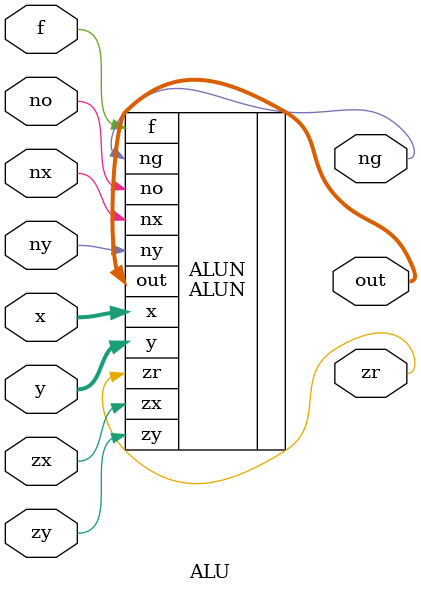
<source format=v>
module ALU (
  input wire [15:0] x, y,
  input wire zx, nx, zy, ny, f, no,
  output wire [15:0] out,
  output wire zr, ng
);

ALUN #(.width(16)) ALUN(
  .x(x),
  .y(y),
  .zx(zx),
  .nx(nx),
  .zy(zy),
  .ny(ny),
  .f(f),
  .no(no),
  .out(out),
  .zr(zr),
  .ng(ng)
);

endmodule

</source>
